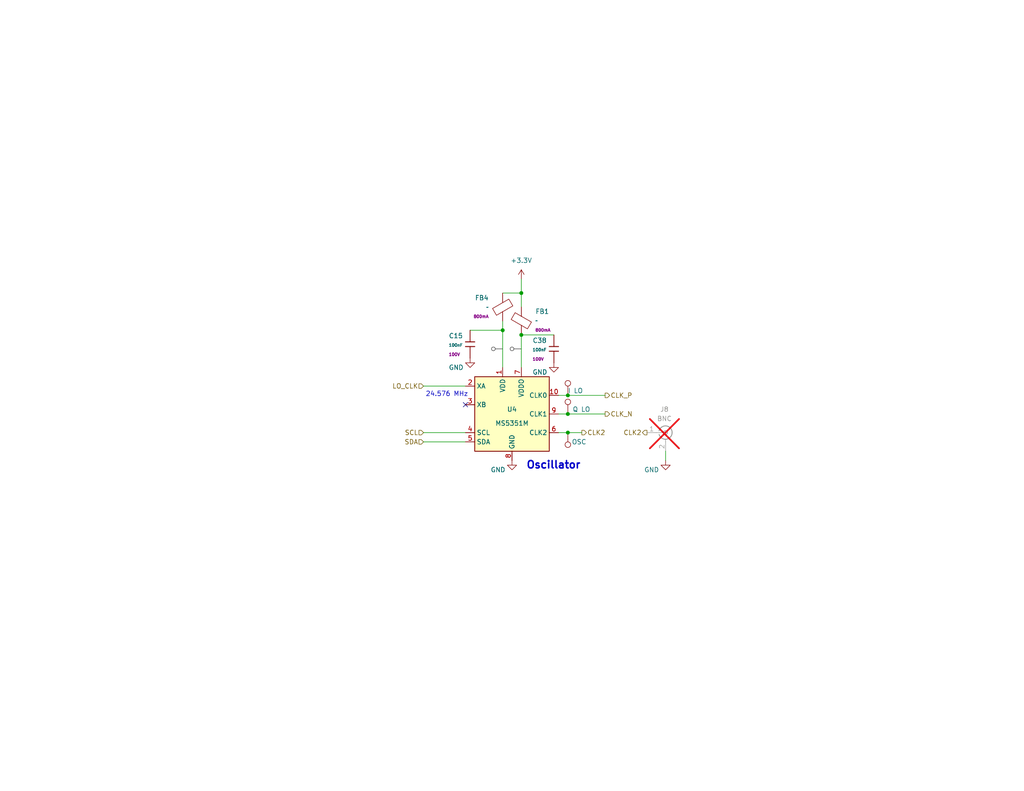
<source format=kicad_sch>
(kicad_sch (version 20250114) (generator "eeschema") (generator_version "9.0")
  (paper "USLetter")
  (title_block (date "2026-01-11") (rev "0.1"))
  (lib_symbols
    (symbol "+3.3V_1" (power) (pin_names (offset 0))
      (property "Value" "+3.3V_1" (at 0 3.556 0))
      (symbol "+3.3V_1_0_1"
        (polyline (pts (xy -0.762 1.27) (xy 0 2.54)))
        (polyline (pts (xy 0 2.54) (xy 0.762 1.27)))
        (polyline (pts (xy 0 0) (xy 0 2.54)))
      )
      (symbol "+3.3V_1_1_1"
        (pin power_in line (at 0 0 90) (length 0) (hide yes) (name "+3.3V") (number "1"))
      )
    )
    (symbol "Connector:Conn_Coaxial" (pin_names (offset 1.016) (hide yes))
      (property "Reference" "J" (at 0.254 3.048 0))
      (property "Value" "Conn_Coaxial" (at 2.921 0 90))
      (symbol "Conn_Coaxial_0_1"
        (polyline (pts (xy -2.54 0) (xy -0.508 0)))
        (arc (start 1.778 0) (mid 0.222 -1.8079) (end -1.778 -0.508) (stroke (width 0.254)))
        (arc (start -1.778 0.508) (mid 0.2221 1.8084) (end 1.778 0) (stroke (width 0.254)))
        (circle (center 0 0) (radius 0.508) (stroke (width 0.2032)))
        (polyline (pts (xy 0 -2.54) (xy 0 -1.778)))
      )
      (symbol "Conn_Coaxial_1_1"
        (pin passive line (at -5.08 0 0) (length 2.54) (name "In") (number "1"))
        (pin passive line (at 0 -5.08 90) (length 2.54) (name "Ext") (number "2"))
      )
    )
    (symbol "Connector:TestPoint" (pin_numbers (hide yes)) (pin_names (offset 0.762) (hide yes))
      (property "Reference" "TP" (at 0 6.858 0))
      (property "Value" "TestPoint" (at 0 5.08 0))
      (symbol "TestPoint_0_1"
        (circle (center 0 3.302) (radius 0.762))
      )
      (symbol "TestPoint_1_1"
        (pin passive line (at 0 0 90) (length 2.54) (name "1") (number "1"))
      )
    )
    (symbol "GND_1" (power) (pin_names (offset 0))
      (property "Value" "GND_1" (at 0 -3.81 0))
      (symbol "GND_1_0_1"
        (polyline (pts (xy 0 0) (xy 0 -1.27) (xy 1.27 -1.27) (xy 0 -2.54) (xy -1.27 -1.27) (xy 0 -1.27)))
      )
      (symbol "GND_1_1_1"
        (pin power_in line (at 0 0 270) (length 0) (hide yes) (name "GND") (number "1"))
      )
    )
    (symbol "Oscillator:Si5351A-B-GT"
      (property "Reference" "U" (at -8.89 11.43 0))
      (property "Value" "Si5351A-B-GT" (at -12.7 -12.7 0))
      (symbol "Si5351A-B-GT_0_1"
        (rectangle (start -10.16 10.16) (end 10.16 -10.16) (stroke (width 0.254)) (fill (type background)))
      )
      (symbol "Si5351A-B-GT_1_1"
        (pin input line (at -12.7 7.62 0) (length 2.54) (name "XA") (number "2"))
        (pin input line (at -12.7 2.54 0) (length 2.54) (name "XB") (number "3"))
        (pin input line (at -12.7 -5.08 0) (length 2.54) (name "SCL") (number "4"))
        (pin bidirectional line (at -12.7 -7.62 0) (length 2.54) (name "SDA") (number "5"))
        (pin power_in line (at -2.54 12.7 270) (length 2.54) (name "VDD") (number "1"))
        (pin power_in line (at 0 -12.7 90) (length 2.54) (name "GND") (number "8"))
        (pin power_in line (at 2.54 12.7 270) (length 2.54) (name "VDDO") (number "7"))
        (pin output line (at 12.7 5.08 180) (length 2.54) (name "CLK0") (number "10"))
        (pin output line (at 12.7 0 180) (length 2.54) (name "CLK1") (number "9"))
        (pin output line (at 12.7 -5.08 180) (length 2.54) (name "CLK2") (number "6"))
      )
    )
    (symbol "PCM_JLCPCB-Capacitors:0805,100nF" (pin_numbers (hide yes)) (pin_names (offset 0))
      (property "Reference" "C" (at 2.032 1.668 0))
      (property "Value" "100nF" (at 2.032 -0.3782 0))
      (property "Voltage Rated" "100V" (at 2.032 -2.0462 0))
      (symbol "0805,100nF_0_1"
        (polyline (pts (xy -1.27 0.635) (xy 1.27 0.635)) (stroke (width 0.254)))
        (polyline (pts (xy -1.27 -0.635) (xy 1.27 -0.635)) (stroke (width 0.254)))
      )
      (symbol "0805,100nF_1_1"
        (pin passive line (at 0 3.81 270) (length 3.175) (name "~") (number "1"))
        (pin passive line (at 0 -3.81 90) (length 3.175) (name "~") (number "2"))
      )
    )
    (symbol "PCM_JLCPCB-Inductors:Ferrite,0805" (pin_numbers (hide yes)) (pin_names (offset 0))
      (property "Reference" "FB" (at 3.4036 1.2508 0))
      (property "Current Rating" "800mA" (at 3.4036 -1.5274 0))
      (symbol "Ferrite,0805_0_1"
        (polyline (pts (xy -2.7686 0.4064) (xy -1.7018 2.2606) (xy 2.7686 -0.3048) (xy 1.6764 -2.159) (xy -2.7686 0.4064)))
        (polyline (pts (xy 0 1.27) (xy 0 1.2954)))
        (polyline (pts (xy 0 -1.27) (xy 0 -1.2192)))
      )
      (symbol "Ferrite,0805_1_1"
        (pin passive line (at 0 3.81 270) (length 2.54) (name "~") (number "1"))
        (pin passive line (at 0 -3.81 90) (length 2.54) (name "~") (number "2"))
      )
    )
  )
  (text "24.576 MHz" (at 121.92 107.696 0) (effects (font (size 1.27 1.27))))
  (text "Oscillator" (at 143.51 128.27 0) (effects (font (size 2.0066 2.0066) (thickness 0.4013) (bold yes)) (justify left bottom)))
  (junction (at 154.94 118.11))
  (junction (at 154.94 107.95))
  (junction (at 142.24 91.44))
  (junction (at 154.94 113.03))
  (junction (at 142.24 80.01))
  (junction (at 137.16 90.17))
  (no_connect (at 127 110.49))
  (wire (pts (xy 137.16 80.01) (xy 142.24 80.01)))
  (wire (pts (xy 154.94 107.95) (xy 165.1 107.95)))
  (wire (pts (xy 115.57 120.65) (xy 127 120.65)))
  (wire (pts (xy 142.24 80.01) (xy 142.24 83.82)))
  (wire (pts (xy 115.57 118.11) (xy 127 118.11)))
  (wire (pts (xy 137.16 87.63) (xy 137.16 90.17)))
  (wire (pts (xy 137.16 90.17) (xy 137.16 100.33)))
  (wire (pts (xy 152.4 113.03) (xy 154.94 113.03)))
  (wire (pts (xy 152.4 107.95) (xy 154.94 107.95)))
  (wire (pts (xy 154.94 113.03) (xy 165.1 113.03)))
  (wire (pts (xy 152.4 118.11) (xy 154.94 118.11)))
  (wire (pts (xy 154.94 118.11) (xy 158.75 118.11)))
  (wire (pts (xy 142.24 91.44) (xy 151.13 91.44)))
  (wire (pts (xy 181.61 125.73) (xy 181.61 123.19)))
  (wire (pts (xy 128.27 90.17) (xy 137.16 90.17)))
  (wire (pts (xy 142.24 76.2) (xy 142.24 80.01)))
  (wire (pts (xy 142.24 91.44) (xy 142.24 100.33)))
  (wire (pts (xy 115.57 105.41) (xy 127 105.41)))
  (hierarchical_label "SCL" (shape input) (at 115.57 118.11 180))
  (hierarchical_label "CLK_N" (shape output) (at 165.1 113.03 0))
  (hierarchical_label "LO_CLK" (shape input) (at 115.57 105.41 180))
  (hierarchical_label "CLK_P" (shape output) (at 165.1 107.95 0))
  (hierarchical_label "CLK2" (shape output) (at 176.53 118.11 180))
  (hierarchical_label "CLK2" (shape output) (at 158.75 118.11 0))
  (hierarchical_label "SDA" (shape input) (at 115.57 120.65 180))
  (netclass_flag "" (length 2.54) (shape round) (at 137.16 95.25 90) (property "Netclass" "1V1" (effects (hide yes))))
  (netclass_flag "" (length 2.54) (shape round) (at 142.24 95.25 90) (property "Netclass" "1V1" (effects (hide yes))))
  (symbol (lib_id "Connector:Conn_Coaxial") (at 181.61 118.11 0) (unit 1) (dnp yes)
    (property "Reference" "J8" (at 181.2926 111.76 0))
    (property "Value" "BNC" (at 181.2926 114.3 0))
    (property "Footprint" "Connector_Coaxial:BNC_TEConnectivity_1478204_Vertical" (effects (hide yes)))
  )
  (symbol (lib_name "GND_1") (lib_id "power:GND") (at 181.61 125.73 0) (unit 1)
    (property "Reference" "#PWR050" (effects (hide yes)))
    (property "Value" "GND" (at 177.8 128.27 0))
  )
  (symbol (lib_id "Connector:TestPoint") (at 154.94 107.95 0) (unit 1)
    (property "Reference" "TP3" (effects (hide yes)))
    (property "Value" "I LO" (at 154.94 106.68 0) (effects (justify left)))
    (property "Footprint" "TestPoint:TestPoint_THTPad_D1.5mm_Drill0.7mm" (effects (hide yes)))
  )
  (symbol (lib_id "Connector:TestPoint") (at 154.94 118.11 180) (unit 1)
    (property "Reference" "TP5" (effects (hide yes)))
    (property "Value" "OSC" (at 160.02 120.65 0) (effects (justify left)))
    (property "Footprint" "TestPoint:TestPoint_THTPad_D1.5mm_Drill0.7mm" (effects (hide yes)))
  )
  (symbol (lib_id "PCM_JLCPCB-Inductors:Ferrite,0805") (at 142.24 87.63 0) (unit 1)
    (property "Reference" "FB1" (at 146.05 85.0391 0) (effects (justify left)))
    (property "Value" "~" (at 146.05 87.5792 0) (effects (font (size 0.8 0.8)) (justify left)))
    (property "Footprint" "PCM_JLCPCB:FB_0805" (effects (hide yes)))
    (property "Datasheet" "https://www.lcsc.com/datasheet/lcsc_datasheet_2310301640_Sunlord-GZ2012D101TF_C1015.pdf" (effects (hide yes)))
    (property "Description" "±25% 100Ω@100MHz 0805 Ferrite Beads ROHS" (effects (hide yes)))
    (property "LCSC" "C1015" (effects (hide yes)))
    (property "Stock" "196104" (effects (hide yes)))
    (property "Price" "0.017USD" (effects (hide yes)))
    (property "Process" "SMT" (effects (hide yes)))
    (property "Minimum Qty" "20" (effects (hide yes)))
    (property "Attrition Qty" "10" (effects (hide yes)))
    (property "Class" "Basic Component" (effects (hide yes)))
    (property "Category" "Filters/EMI Optimization,Ferrite Beads" (effects (hide yes)))
    (property "Manufacturer" "Sunlord" (effects (hide yes)))
    (property "Part" "GZ2012D101TF" (effects (hide yes)))
    (property "Impedance @ Frequency" "100Ω@100MHz" (effects (hide yes)))
    (property "Circuits" "1" (effects (hide yes)))
    (property "Current Rating" "800mA" (at 146.05 90.1192 0) (effects (font (size 0.8 0.8)) (justify left)))
    (property "Tolerance" "±25%" (effects (hide yes)))
  )
  (symbol (lib_id "Oscillator:Si5351A-B-GT") (at 139.7 113.03 0) (unit 1)
    (property "Reference" "U4" (at 139.7 111.76 0))
    (property "Value" "MS5351M" (at 139.7 115.57 0))
    (property "Footprint" "Package_SO:MSOP-10_3x3mm_P0.5mm" (effects (hide yes)))
    (property "Datasheet" "https://datasheet.lcsc.com/lcsc/2012241239_Hangzhou-Ruimeng-Tech-MS5351M_C1509083.pdf" (effects (hide yes)))
    (property "LCSC" "C1509083" (effects (hide yes)))
    (property "JLC" "Extended" (effects (hide yes)))
    (property "JLCPCB Rotation Offset" "270" (effects (hide yes)))
  )
  (symbol (lib_name "+3.3V_1") (lib_id "power:+3.3V") (at 142.24 76.2 0) (unit 1)
    (property "Reference" "#PWR048" (effects (hide yes)))
    (property "Value" "+3.3V" (at 142.24 71.12 0))
  )
  (symbol (lib_id "PCM_JLCPCB-Capacitors:0805,100nF") (at 151.13 95.25 180) (unit 1)
    (property "Reference" "C38" (at 145.288 92.9639 0) (effects (justify right)))
    (property "Value" "100nF" (at 145.288 95.504 0) (effects (font (size 0.8 0.8)) (justify right)))
    (property "Footprint" "PCM_JLCPCB:C_0805" (effects (hide yes)))
    (property "Datasheet" "https://www.lcsc.com/datasheet/lcsc_datasheet_2304140030_Samsung-Electro-Mechanics-CL21B104KCFNNNE_C28233.pdf" (effects (hide yes)))
    (property "Description" "100V 100nF X7R ±10% 0805 Multilayer Ceramic Capacitors MLCC - SMD/SMT ROHS" (effects (hide yes)))
    (property "LCSC" "C28233" (effects (hide yes)))
    (property "Stock" "1168020" (effects (hide yes)))
    (property "Price" "0.009USD" (effects (hide yes)))
    (property "Process" "SMT" (effects (hide yes)))
    (property "Minimum Qty" "20" (effects (hide yes)))
    (property "Attrition Qty" "10" (effects (hide yes)))
    (property "Class" "Basic Component" (effects (hide yes)))
    (property "Category" "Capacitors,Multilayer Ceramic Capacitors MLCC - SMD/SMT" (effects (hide yes)))
    (property "Manufacturer" "Samsung Electro-Mechanics" (effects (hide yes)))
    (property "Part" "CL21B104KCFNNNE" (effects (hide yes)))
    (property "Voltage Rated" "100V" (at 145.288 98.044 0) (effects (font (size 0.8 0.8)) (justify right)))
    (property "Tolerance" "±10%" (effects (hide yes)))
    (property "Capacitance" "100nF" (effects (hide yes)))
    (property "Temperature Coefficient" "X7R" (effects (hide yes)))
  )
  (symbol (lib_id "Connector:TestPoint") (at 154.94 113.03 0) (unit 1)
    (property "Reference" "TP4" (effects (hide yes)))
    (property "Value" "Q LO" (at 156.21 111.76 0) (effects (justify left)))
    (property "Footprint" "TestPoint:TestPoint_THTPad_D1.5mm_Drill0.7mm" (effects (hide yes)))
  )
  (symbol (lib_id "PCM_JLCPCB-Inductors:Ferrite,0805") (at 137.16 83.82 0) (mirror x) (unit 1)
    (property "Reference" "FB4" (at 133.35 81.3307 0) (effects (justify right)))
    (property "Value" "~" (at 133.35 83.8708 0) (effects (font (size 0.8 0.8)) (justify right)))
    (property "Footprint" "PCM_JLCPCB:FB_0805" (effects (hide yes)))
    (property "Datasheet" "https://www.lcsc.com/datasheet/lcsc_datasheet_2310301640_Sunlord-GZ2012D101TF_C1015.pdf" (effects (hide yes)))
    (property "Description" "±25% 100Ω@100MHz 0805 Ferrite Beads ROHS" (effects (hide yes)))
    (property "LCSC" "C1015" (effects (hide yes)))
    (property "Stock" "196104" (effects (hide yes)))
    (property "Price" "0.017USD" (effects (hide yes)))
    (property "Process" "SMT" (effects (hide yes)))
    (property "Minimum Qty" "20" (effects (hide yes)))
    (property "Attrition Qty" "10" (effects (hide yes)))
    (property "Class" "Basic Component" (effects (hide yes)))
    (property "Category" "Filters/EMI Optimization,Ferrite Beads" (effects (hide yes)))
    (property "Manufacturer" "Sunlord" (effects (hide yes)))
    (property "Part" "GZ2012D101TF" (effects (hide yes)))
    (property "Impedance @ Frequency" "100Ω@100MHz" (effects (hide yes)))
    (property "Circuits" "1" (effects (hide yes)))
    (property "Current Rating" "800mA" (at 133.35 86.4108 0) (effects (font (size 0.8 0.8)) (justify right)))
    (property "Tolerance" "±25%" (effects (hide yes)))
  )
  (symbol (lib_name "GND_1") (lib_id "power:GND") (at 139.7 125.73 0) (unit 1)
    (property "Reference" "#PWR047" (effects (hide yes)))
    (property "Value" "GND" (at 135.89 128.27 0))
  )
  (symbol (lib_id "PCM_JLCPCB-Capacitors:0805,100nF") (at 128.27 93.98 180) (unit 1)
    (property "Reference" "C15" (at 122.428 91.6939 0) (effects (justify right)))
    (property "Value" "100nF" (at 122.428 94.234 0) (effects (font (size 0.8 0.8)) (justify right)))
    (property "Footprint" "PCM_JLCPCB:C_0805" (effects (hide yes)))
    (property "Datasheet" "https://www.lcsc.com/datasheet/lcsc_datasheet_2304140030_Samsung-Electro-Mechanics-CL21B104KCFNNNE_C28233.pdf" (effects (hide yes)))
    (property "Description" "100V 100nF X7R ±10% 0805 Multilayer Ceramic Capacitors MLCC - SMD/SMT ROHS" (effects (hide yes)))
    (property "LCSC" "C28233" (effects (hide yes)))
    (property "Stock" "1168020" (effects (hide yes)))
    (property "Price" "0.009USD" (effects (hide yes)))
    (property "Process" "SMT" (effects (hide yes)))
    (property "Minimum Qty" "20" (effects (hide yes)))
    (property "Attrition Qty" "10" (effects (hide yes)))
    (property "Class" "Basic Component" (effects (hide yes)))
    (property "Category" "Capacitors,Multilayer Ceramic Capacitors MLCC - SMD/SMT" (effects (hide yes)))
    (property "Manufacturer" "Samsung Electro-Mechanics" (effects (hide yes)))
    (property "Part" "CL21B104KCFNNNE" (effects (hide yes)))
    (property "Voltage Rated" "100V" (at 122.428 96.774 0) (effects (font (size 0.8 0.8)) (justify right)))
    (property "Tolerance" "±10%" (effects (hide yes)))
    (property "Capacitance" "100nF" (effects (hide yes)))
    (property "Temperature Coefficient" "X7R" (effects (hide yes)))
  )
  (symbol (lib_name "GND_1") (lib_id "power:GND") (at 151.13 99.06 0) (unit 1)
    (property "Reference" "#PWR049" (effects (hide yes)))
    (property "Value" "GND" (at 147.32 101.6 0))
  )
  (symbol (lib_name "GND_1") (lib_id "power:GND") (at 128.27 97.79 0) (unit 1)
    (property "Reference" "#PWR046" (effects (hide yes)))
    (property "Value" "GND" (at 124.46 100.33 0))
  )
)
</source>
